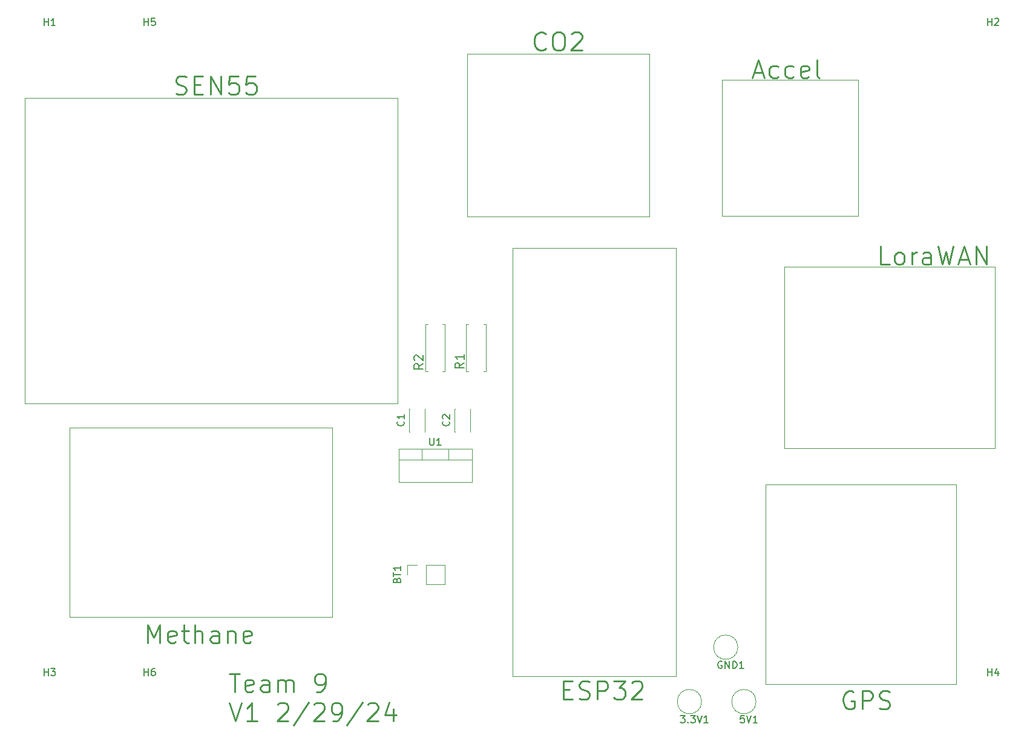
<source format=gbr>
%TF.GenerationSoftware,KiCad,Pcbnew,7.0.10*%
%TF.CreationDate,2024-02-29T23:41:44-05:00*%
%TF.ProjectId,blue-bike-air-pollution-monitor,626c7565-2d62-4696-9b65-2d6169722d70,rev?*%
%TF.SameCoordinates,Original*%
%TF.FileFunction,Legend,Top*%
%TF.FilePolarity,Positive*%
%FSLAX46Y46*%
G04 Gerber Fmt 4.6, Leading zero omitted, Abs format (unit mm)*
G04 Created by KiCad (PCBNEW 7.0.10) date 2024-02-29 23:41:44*
%MOMM*%
%LPD*%
G01*
G04 APERTURE LIST*
%ADD10C,0.254000*%
%ADD11C,0.150000*%
%ADD12C,0.127000*%
%ADD13C,0.100000*%
%ADD14C,0.120000*%
G04 APERTURE END LIST*
D10*
X82959009Y-148494544D02*
X84410438Y-148494544D01*
X83684724Y-151034544D02*
X83684724Y-148494544D01*
X86224723Y-150913592D02*
X85982819Y-151034544D01*
X85982819Y-151034544D02*
X85499009Y-151034544D01*
X85499009Y-151034544D02*
X85257104Y-150913592D01*
X85257104Y-150913592D02*
X85136152Y-150671687D01*
X85136152Y-150671687D02*
X85136152Y-149704068D01*
X85136152Y-149704068D02*
X85257104Y-149462163D01*
X85257104Y-149462163D02*
X85499009Y-149341211D01*
X85499009Y-149341211D02*
X85982819Y-149341211D01*
X85982819Y-149341211D02*
X86224723Y-149462163D01*
X86224723Y-149462163D02*
X86345676Y-149704068D01*
X86345676Y-149704068D02*
X86345676Y-149945972D01*
X86345676Y-149945972D02*
X85136152Y-150187877D01*
X88522819Y-151034544D02*
X88522819Y-149704068D01*
X88522819Y-149704068D02*
X88401866Y-149462163D01*
X88401866Y-149462163D02*
X88159962Y-149341211D01*
X88159962Y-149341211D02*
X87676152Y-149341211D01*
X87676152Y-149341211D02*
X87434247Y-149462163D01*
X88522819Y-150913592D02*
X88280914Y-151034544D01*
X88280914Y-151034544D02*
X87676152Y-151034544D01*
X87676152Y-151034544D02*
X87434247Y-150913592D01*
X87434247Y-150913592D02*
X87313295Y-150671687D01*
X87313295Y-150671687D02*
X87313295Y-150429782D01*
X87313295Y-150429782D02*
X87434247Y-150187877D01*
X87434247Y-150187877D02*
X87676152Y-150066925D01*
X87676152Y-150066925D02*
X88280914Y-150066925D01*
X88280914Y-150066925D02*
X88522819Y-149945972D01*
X89732342Y-151034544D02*
X89732342Y-149341211D01*
X89732342Y-149583115D02*
X89853295Y-149462163D01*
X89853295Y-149462163D02*
X90095200Y-149341211D01*
X90095200Y-149341211D02*
X90458057Y-149341211D01*
X90458057Y-149341211D02*
X90699961Y-149462163D01*
X90699961Y-149462163D02*
X90820914Y-149704068D01*
X90820914Y-149704068D02*
X90820914Y-151034544D01*
X90820914Y-149704068D02*
X90941866Y-149462163D01*
X90941866Y-149462163D02*
X91183771Y-149341211D01*
X91183771Y-149341211D02*
X91546628Y-149341211D01*
X91546628Y-149341211D02*
X91788533Y-149462163D01*
X91788533Y-149462163D02*
X91909485Y-149704068D01*
X91909485Y-149704068D02*
X91909485Y-151034544D01*
X95175200Y-151034544D02*
X95659009Y-151034544D01*
X95659009Y-151034544D02*
X95900914Y-150913592D01*
X95900914Y-150913592D02*
X96021866Y-150792639D01*
X96021866Y-150792639D02*
X96263771Y-150429782D01*
X96263771Y-150429782D02*
X96384724Y-149945972D01*
X96384724Y-149945972D02*
X96384724Y-148978353D01*
X96384724Y-148978353D02*
X96263771Y-148736449D01*
X96263771Y-148736449D02*
X96142819Y-148615496D01*
X96142819Y-148615496D02*
X95900914Y-148494544D01*
X95900914Y-148494544D02*
X95417105Y-148494544D01*
X95417105Y-148494544D02*
X95175200Y-148615496D01*
X95175200Y-148615496D02*
X95054247Y-148736449D01*
X95054247Y-148736449D02*
X94933295Y-148978353D01*
X94933295Y-148978353D02*
X94933295Y-149583115D01*
X94933295Y-149583115D02*
X95054247Y-149825020D01*
X95054247Y-149825020D02*
X95175200Y-149945972D01*
X95175200Y-149945972D02*
X95417105Y-150066925D01*
X95417105Y-150066925D02*
X95900914Y-150066925D01*
X95900914Y-150066925D02*
X96142819Y-149945972D01*
X96142819Y-149945972D02*
X96263771Y-149825020D01*
X96263771Y-149825020D02*
X96384724Y-149583115D01*
X82959009Y-152583944D02*
X83805676Y-155123944D01*
X83805676Y-155123944D02*
X84652343Y-152583944D01*
X86829486Y-155123944D02*
X85378057Y-155123944D01*
X86103771Y-155123944D02*
X86103771Y-152583944D01*
X86103771Y-152583944D02*
X85861867Y-152946801D01*
X85861867Y-152946801D02*
X85619962Y-153188706D01*
X85619962Y-153188706D02*
X85378057Y-153309658D01*
X89732343Y-152825849D02*
X89853295Y-152704896D01*
X89853295Y-152704896D02*
X90095200Y-152583944D01*
X90095200Y-152583944D02*
X90699962Y-152583944D01*
X90699962Y-152583944D02*
X90941867Y-152704896D01*
X90941867Y-152704896D02*
X91062819Y-152825849D01*
X91062819Y-152825849D02*
X91183772Y-153067753D01*
X91183772Y-153067753D02*
X91183772Y-153309658D01*
X91183772Y-153309658D02*
X91062819Y-153672515D01*
X91062819Y-153672515D02*
X89611391Y-155123944D01*
X89611391Y-155123944D02*
X91183772Y-155123944D01*
X94086629Y-152462992D02*
X91909486Y-155728706D01*
X94812343Y-152825849D02*
X94933295Y-152704896D01*
X94933295Y-152704896D02*
X95175200Y-152583944D01*
X95175200Y-152583944D02*
X95779962Y-152583944D01*
X95779962Y-152583944D02*
X96021867Y-152704896D01*
X96021867Y-152704896D02*
X96142819Y-152825849D01*
X96142819Y-152825849D02*
X96263772Y-153067753D01*
X96263772Y-153067753D02*
X96263772Y-153309658D01*
X96263772Y-153309658D02*
X96142819Y-153672515D01*
X96142819Y-153672515D02*
X94691391Y-155123944D01*
X94691391Y-155123944D02*
X96263772Y-155123944D01*
X97473296Y-155123944D02*
X97957105Y-155123944D01*
X97957105Y-155123944D02*
X98199010Y-155002992D01*
X98199010Y-155002992D02*
X98319962Y-154882039D01*
X98319962Y-154882039D02*
X98561867Y-154519182D01*
X98561867Y-154519182D02*
X98682820Y-154035372D01*
X98682820Y-154035372D02*
X98682820Y-153067753D01*
X98682820Y-153067753D02*
X98561867Y-152825849D01*
X98561867Y-152825849D02*
X98440915Y-152704896D01*
X98440915Y-152704896D02*
X98199010Y-152583944D01*
X98199010Y-152583944D02*
X97715201Y-152583944D01*
X97715201Y-152583944D02*
X97473296Y-152704896D01*
X97473296Y-152704896D02*
X97352343Y-152825849D01*
X97352343Y-152825849D02*
X97231391Y-153067753D01*
X97231391Y-153067753D02*
X97231391Y-153672515D01*
X97231391Y-153672515D02*
X97352343Y-153914420D01*
X97352343Y-153914420D02*
X97473296Y-154035372D01*
X97473296Y-154035372D02*
X97715201Y-154156325D01*
X97715201Y-154156325D02*
X98199010Y-154156325D01*
X98199010Y-154156325D02*
X98440915Y-154035372D01*
X98440915Y-154035372D02*
X98561867Y-153914420D01*
X98561867Y-153914420D02*
X98682820Y-153672515D01*
X101585677Y-152462992D02*
X99408534Y-155728706D01*
X102311391Y-152825849D02*
X102432343Y-152704896D01*
X102432343Y-152704896D02*
X102674248Y-152583944D01*
X102674248Y-152583944D02*
X103279010Y-152583944D01*
X103279010Y-152583944D02*
X103520915Y-152704896D01*
X103520915Y-152704896D02*
X103641867Y-152825849D01*
X103641867Y-152825849D02*
X103762820Y-153067753D01*
X103762820Y-153067753D02*
X103762820Y-153309658D01*
X103762820Y-153309658D02*
X103641867Y-153672515D01*
X103641867Y-153672515D02*
X102190439Y-155123944D01*
X102190439Y-155123944D02*
X103762820Y-155123944D01*
X105939963Y-153430611D02*
X105939963Y-155123944D01*
X105335201Y-152462992D02*
X104730439Y-154277277D01*
X104730439Y-154277277D02*
X106302820Y-154277277D01*
D11*
X71031195Y-148764519D02*
X71031195Y-147764519D01*
X71031195Y-148240709D02*
X71602623Y-148240709D01*
X71602623Y-148764519D02*
X71602623Y-147764519D01*
X72507385Y-147764519D02*
X72316909Y-147764519D01*
X72316909Y-147764519D02*
X72221671Y-147812138D01*
X72221671Y-147812138D02*
X72174052Y-147859757D01*
X72174052Y-147859757D02*
X72078814Y-148002614D01*
X72078814Y-148002614D02*
X72031195Y-148193090D01*
X72031195Y-148193090D02*
X72031195Y-148574042D01*
X72031195Y-148574042D02*
X72078814Y-148669280D01*
X72078814Y-148669280D02*
X72126433Y-148716900D01*
X72126433Y-148716900D02*
X72221671Y-148764519D01*
X72221671Y-148764519D02*
X72412147Y-148764519D01*
X72412147Y-148764519D02*
X72507385Y-148716900D01*
X72507385Y-148716900D02*
X72555004Y-148669280D01*
X72555004Y-148669280D02*
X72602623Y-148574042D01*
X72602623Y-148574042D02*
X72602623Y-148335947D01*
X72602623Y-148335947D02*
X72555004Y-148240709D01*
X72555004Y-148240709D02*
X72507385Y-148193090D01*
X72507385Y-148193090D02*
X72412147Y-148145471D01*
X72412147Y-148145471D02*
X72221671Y-148145471D01*
X72221671Y-148145471D02*
X72126433Y-148193090D01*
X72126433Y-148193090D02*
X72078814Y-148240709D01*
X72078814Y-148240709D02*
X72031195Y-148335947D01*
X71031195Y-57756319D02*
X71031195Y-56756319D01*
X71031195Y-57232509D02*
X71602623Y-57232509D01*
X71602623Y-57756319D02*
X71602623Y-56756319D01*
X72555004Y-56756319D02*
X72078814Y-56756319D01*
X72078814Y-56756319D02*
X72031195Y-57232509D01*
X72031195Y-57232509D02*
X72078814Y-57184890D01*
X72078814Y-57184890D02*
X72174052Y-57137271D01*
X72174052Y-57137271D02*
X72412147Y-57137271D01*
X72412147Y-57137271D02*
X72507385Y-57184890D01*
X72507385Y-57184890D02*
X72555004Y-57232509D01*
X72555004Y-57232509D02*
X72602623Y-57327747D01*
X72602623Y-57327747D02*
X72602623Y-57565842D01*
X72602623Y-57565842D02*
X72555004Y-57661080D01*
X72555004Y-57661080D02*
X72507385Y-57708700D01*
X72507385Y-57708700D02*
X72412147Y-57756319D01*
X72412147Y-57756319D02*
X72174052Y-57756319D01*
X72174052Y-57756319D02*
X72078814Y-57708700D01*
X72078814Y-57708700D02*
X72031195Y-57661080D01*
D10*
X75479514Y-67285692D02*
X75842371Y-67406644D01*
X75842371Y-67406644D02*
X76447133Y-67406644D01*
X76447133Y-67406644D02*
X76689038Y-67285692D01*
X76689038Y-67285692D02*
X76809990Y-67164739D01*
X76809990Y-67164739D02*
X76930943Y-66922834D01*
X76930943Y-66922834D02*
X76930943Y-66680930D01*
X76930943Y-66680930D02*
X76809990Y-66439025D01*
X76809990Y-66439025D02*
X76689038Y-66318072D01*
X76689038Y-66318072D02*
X76447133Y-66197120D01*
X76447133Y-66197120D02*
X75963324Y-66076168D01*
X75963324Y-66076168D02*
X75721419Y-65955215D01*
X75721419Y-65955215D02*
X75600466Y-65834263D01*
X75600466Y-65834263D02*
X75479514Y-65592358D01*
X75479514Y-65592358D02*
X75479514Y-65350453D01*
X75479514Y-65350453D02*
X75600466Y-65108549D01*
X75600466Y-65108549D02*
X75721419Y-64987596D01*
X75721419Y-64987596D02*
X75963324Y-64866644D01*
X75963324Y-64866644D02*
X76568085Y-64866644D01*
X76568085Y-64866644D02*
X76930943Y-64987596D01*
X78019514Y-66076168D02*
X78866181Y-66076168D01*
X79229038Y-67406644D02*
X78019514Y-67406644D01*
X78019514Y-67406644D02*
X78019514Y-64866644D01*
X78019514Y-64866644D02*
X79229038Y-64866644D01*
X80317609Y-67406644D02*
X80317609Y-64866644D01*
X80317609Y-64866644D02*
X81769038Y-67406644D01*
X81769038Y-67406644D02*
X81769038Y-64866644D01*
X84188085Y-64866644D02*
X82978561Y-64866644D01*
X82978561Y-64866644D02*
X82857609Y-66076168D01*
X82857609Y-66076168D02*
X82978561Y-65955215D01*
X82978561Y-65955215D02*
X83220466Y-65834263D01*
X83220466Y-65834263D02*
X83825228Y-65834263D01*
X83825228Y-65834263D02*
X84067133Y-65955215D01*
X84067133Y-65955215D02*
X84188085Y-66076168D01*
X84188085Y-66076168D02*
X84309038Y-66318072D01*
X84309038Y-66318072D02*
X84309038Y-66922834D01*
X84309038Y-66922834D02*
X84188085Y-67164739D01*
X84188085Y-67164739D02*
X84067133Y-67285692D01*
X84067133Y-67285692D02*
X83825228Y-67406644D01*
X83825228Y-67406644D02*
X83220466Y-67406644D01*
X83220466Y-67406644D02*
X82978561Y-67285692D01*
X82978561Y-67285692D02*
X82857609Y-67164739D01*
X86607133Y-64866644D02*
X85397609Y-64866644D01*
X85397609Y-64866644D02*
X85276657Y-66076168D01*
X85276657Y-66076168D02*
X85397609Y-65955215D01*
X85397609Y-65955215D02*
X85639514Y-65834263D01*
X85639514Y-65834263D02*
X86244276Y-65834263D01*
X86244276Y-65834263D02*
X86486181Y-65955215D01*
X86486181Y-65955215D02*
X86607133Y-66076168D01*
X86607133Y-66076168D02*
X86728086Y-66318072D01*
X86728086Y-66318072D02*
X86728086Y-66922834D01*
X86728086Y-66922834D02*
X86607133Y-67164739D01*
X86607133Y-67164739D02*
X86486181Y-67285692D01*
X86486181Y-67285692D02*
X86244276Y-67406644D01*
X86244276Y-67406644D02*
X85639514Y-67406644D01*
X85639514Y-67406644D02*
X85397609Y-67285692D01*
X85397609Y-67285692D02*
X85276657Y-67164739D01*
D11*
X106381009Y-135405714D02*
X106428628Y-135262857D01*
X106428628Y-135262857D02*
X106476247Y-135215238D01*
X106476247Y-135215238D02*
X106571485Y-135167619D01*
X106571485Y-135167619D02*
X106714342Y-135167619D01*
X106714342Y-135167619D02*
X106809580Y-135215238D01*
X106809580Y-135215238D02*
X106857200Y-135262857D01*
X106857200Y-135262857D02*
X106904819Y-135358095D01*
X106904819Y-135358095D02*
X106904819Y-135739047D01*
X106904819Y-135739047D02*
X105904819Y-135739047D01*
X105904819Y-135739047D02*
X105904819Y-135405714D01*
X105904819Y-135405714D02*
X105952438Y-135310476D01*
X105952438Y-135310476D02*
X106000057Y-135262857D01*
X106000057Y-135262857D02*
X106095295Y-135215238D01*
X106095295Y-135215238D02*
X106190533Y-135215238D01*
X106190533Y-135215238D02*
X106285771Y-135262857D01*
X106285771Y-135262857D02*
X106333390Y-135310476D01*
X106333390Y-135310476D02*
X106381009Y-135405714D01*
X106381009Y-135405714D02*
X106381009Y-135739047D01*
X105904819Y-134881904D02*
X105904819Y-134310476D01*
X106904819Y-134596190D02*
X105904819Y-134596190D01*
X106904819Y-133453333D02*
X106904819Y-134024761D01*
X106904819Y-133739047D02*
X105904819Y-133739047D01*
X105904819Y-133739047D02*
X106047676Y-133834285D01*
X106047676Y-133834285D02*
X106142914Y-133929523D01*
X106142914Y-133929523D02*
X106190533Y-134024761D01*
D12*
X115769922Y-104986666D02*
X115165160Y-105410000D01*
X115769922Y-105712381D02*
X114499922Y-105712381D01*
X114499922Y-105712381D02*
X114499922Y-105228571D01*
X114499922Y-105228571D02*
X114560398Y-105107619D01*
X114560398Y-105107619D02*
X114620874Y-105047142D01*
X114620874Y-105047142D02*
X114741826Y-104986666D01*
X114741826Y-104986666D02*
X114923255Y-104986666D01*
X114923255Y-104986666D02*
X115044207Y-105047142D01*
X115044207Y-105047142D02*
X115104684Y-105107619D01*
X115104684Y-105107619D02*
X115165160Y-105228571D01*
X115165160Y-105228571D02*
X115165160Y-105712381D01*
X115769922Y-103777142D02*
X115769922Y-104502857D01*
X115769922Y-104140000D02*
X114499922Y-104140000D01*
X114499922Y-104140000D02*
X114681350Y-104260952D01*
X114681350Y-104260952D02*
X114802303Y-104381904D01*
X114802303Y-104381904D02*
X114862779Y-104502857D01*
D11*
X113679580Y-113176666D02*
X113727200Y-113224285D01*
X113727200Y-113224285D02*
X113774819Y-113367142D01*
X113774819Y-113367142D02*
X113774819Y-113462380D01*
X113774819Y-113462380D02*
X113727200Y-113605237D01*
X113727200Y-113605237D02*
X113631961Y-113700475D01*
X113631961Y-113700475D02*
X113536723Y-113748094D01*
X113536723Y-113748094D02*
X113346247Y-113795713D01*
X113346247Y-113795713D02*
X113203390Y-113795713D01*
X113203390Y-113795713D02*
X113012914Y-113748094D01*
X113012914Y-113748094D02*
X112917676Y-113700475D01*
X112917676Y-113700475D02*
X112822438Y-113605237D01*
X112822438Y-113605237D02*
X112774819Y-113462380D01*
X112774819Y-113462380D02*
X112774819Y-113367142D01*
X112774819Y-113367142D02*
X112822438Y-113224285D01*
X112822438Y-113224285D02*
X112870057Y-113176666D01*
X112870057Y-112795713D02*
X112822438Y-112748094D01*
X112822438Y-112748094D02*
X112774819Y-112652856D01*
X112774819Y-112652856D02*
X112774819Y-112414761D01*
X112774819Y-112414761D02*
X112822438Y-112319523D01*
X112822438Y-112319523D02*
X112870057Y-112271904D01*
X112870057Y-112271904D02*
X112965295Y-112224285D01*
X112965295Y-112224285D02*
X113060533Y-112224285D01*
X113060533Y-112224285D02*
X113203390Y-112271904D01*
X113203390Y-112271904D02*
X113774819Y-112843332D01*
X113774819Y-112843332D02*
X113774819Y-112224285D01*
X57035795Y-148764519D02*
X57035795Y-147764519D01*
X57035795Y-148240709D02*
X57607223Y-148240709D01*
X57607223Y-148764519D02*
X57607223Y-147764519D01*
X57988176Y-147764519D02*
X58607223Y-147764519D01*
X58607223Y-147764519D02*
X58273890Y-148145471D01*
X58273890Y-148145471D02*
X58416747Y-148145471D01*
X58416747Y-148145471D02*
X58511985Y-148193090D01*
X58511985Y-148193090D02*
X58559604Y-148240709D01*
X58559604Y-148240709D02*
X58607223Y-148335947D01*
X58607223Y-148335947D02*
X58607223Y-148574042D01*
X58607223Y-148574042D02*
X58559604Y-148669280D01*
X58559604Y-148669280D02*
X58511985Y-148716900D01*
X58511985Y-148716900D02*
X58416747Y-148764519D01*
X58416747Y-148764519D02*
X58131033Y-148764519D01*
X58131033Y-148764519D02*
X58035795Y-148716900D01*
X58035795Y-148716900D02*
X57988176Y-148669280D01*
D12*
X110054922Y-105113666D02*
X109450160Y-105537000D01*
X110054922Y-105839381D02*
X108784922Y-105839381D01*
X108784922Y-105839381D02*
X108784922Y-105355571D01*
X108784922Y-105355571D02*
X108845398Y-105234619D01*
X108845398Y-105234619D02*
X108905874Y-105174142D01*
X108905874Y-105174142D02*
X109026826Y-105113666D01*
X109026826Y-105113666D02*
X109208255Y-105113666D01*
X109208255Y-105113666D02*
X109329207Y-105174142D01*
X109329207Y-105174142D02*
X109389684Y-105234619D01*
X109389684Y-105234619D02*
X109450160Y-105355571D01*
X109450160Y-105355571D02*
X109450160Y-105839381D01*
X108905874Y-104629857D02*
X108845398Y-104569381D01*
X108845398Y-104569381D02*
X108784922Y-104448428D01*
X108784922Y-104448428D02*
X108784922Y-104146047D01*
X108784922Y-104146047D02*
X108845398Y-104025095D01*
X108845398Y-104025095D02*
X108905874Y-103964619D01*
X108905874Y-103964619D02*
X109026826Y-103904142D01*
X109026826Y-103904142D02*
X109147779Y-103904142D01*
X109147779Y-103904142D02*
X109329207Y-103964619D01*
X109329207Y-103964619D02*
X110054922Y-104690333D01*
X110054922Y-104690333D02*
X110054922Y-103904142D01*
D11*
X107329580Y-113176666D02*
X107377200Y-113224285D01*
X107377200Y-113224285D02*
X107424819Y-113367142D01*
X107424819Y-113367142D02*
X107424819Y-113462380D01*
X107424819Y-113462380D02*
X107377200Y-113605237D01*
X107377200Y-113605237D02*
X107281961Y-113700475D01*
X107281961Y-113700475D02*
X107186723Y-113748094D01*
X107186723Y-113748094D02*
X106996247Y-113795713D01*
X106996247Y-113795713D02*
X106853390Y-113795713D01*
X106853390Y-113795713D02*
X106662914Y-113748094D01*
X106662914Y-113748094D02*
X106567676Y-113700475D01*
X106567676Y-113700475D02*
X106472438Y-113605237D01*
X106472438Y-113605237D02*
X106424819Y-113462380D01*
X106424819Y-113462380D02*
X106424819Y-113367142D01*
X106424819Y-113367142D02*
X106472438Y-113224285D01*
X106472438Y-113224285D02*
X106520057Y-113176666D01*
X107424819Y-112224285D02*
X107424819Y-112795713D01*
X107424819Y-112509999D02*
X106424819Y-112509999D01*
X106424819Y-112509999D02*
X106567676Y-112605237D01*
X106567676Y-112605237D02*
X106662914Y-112700475D01*
X106662914Y-112700475D02*
X106710533Y-112795713D01*
X189039595Y-57756319D02*
X189039595Y-56756319D01*
X189039595Y-57232509D02*
X189611023Y-57232509D01*
X189611023Y-57756319D02*
X189611023Y-56756319D01*
X190039595Y-56851557D02*
X190087214Y-56803938D01*
X190087214Y-56803938D02*
X190182452Y-56756319D01*
X190182452Y-56756319D02*
X190420547Y-56756319D01*
X190420547Y-56756319D02*
X190515785Y-56803938D01*
X190515785Y-56803938D02*
X190563404Y-56851557D01*
X190563404Y-56851557D02*
X190611023Y-56946795D01*
X190611023Y-56946795D02*
X190611023Y-57042033D01*
X190611023Y-57042033D02*
X190563404Y-57184890D01*
X190563404Y-57184890D02*
X189991976Y-57756319D01*
X189991976Y-57756319D02*
X190611023Y-57756319D01*
D10*
X129727666Y-150745468D02*
X130574333Y-150745468D01*
X130937190Y-152075944D02*
X129727666Y-152075944D01*
X129727666Y-152075944D02*
X129727666Y-149535944D01*
X129727666Y-149535944D02*
X130937190Y-149535944D01*
X131904809Y-151954992D02*
X132267666Y-152075944D01*
X132267666Y-152075944D02*
X132872428Y-152075944D01*
X132872428Y-152075944D02*
X133114333Y-151954992D01*
X133114333Y-151954992D02*
X133235285Y-151834039D01*
X133235285Y-151834039D02*
X133356238Y-151592134D01*
X133356238Y-151592134D02*
X133356238Y-151350230D01*
X133356238Y-151350230D02*
X133235285Y-151108325D01*
X133235285Y-151108325D02*
X133114333Y-150987372D01*
X133114333Y-150987372D02*
X132872428Y-150866420D01*
X132872428Y-150866420D02*
X132388619Y-150745468D01*
X132388619Y-150745468D02*
X132146714Y-150624515D01*
X132146714Y-150624515D02*
X132025761Y-150503563D01*
X132025761Y-150503563D02*
X131904809Y-150261658D01*
X131904809Y-150261658D02*
X131904809Y-150019753D01*
X131904809Y-150019753D02*
X132025761Y-149777849D01*
X132025761Y-149777849D02*
X132146714Y-149656896D01*
X132146714Y-149656896D02*
X132388619Y-149535944D01*
X132388619Y-149535944D02*
X132993380Y-149535944D01*
X132993380Y-149535944D02*
X133356238Y-149656896D01*
X134444809Y-152075944D02*
X134444809Y-149535944D01*
X134444809Y-149535944D02*
X135412428Y-149535944D01*
X135412428Y-149535944D02*
X135654333Y-149656896D01*
X135654333Y-149656896D02*
X135775286Y-149777849D01*
X135775286Y-149777849D02*
X135896238Y-150019753D01*
X135896238Y-150019753D02*
X135896238Y-150382611D01*
X135896238Y-150382611D02*
X135775286Y-150624515D01*
X135775286Y-150624515D02*
X135654333Y-150745468D01*
X135654333Y-150745468D02*
X135412428Y-150866420D01*
X135412428Y-150866420D02*
X134444809Y-150866420D01*
X136742905Y-149535944D02*
X138315286Y-149535944D01*
X138315286Y-149535944D02*
X137468619Y-150503563D01*
X137468619Y-150503563D02*
X137831476Y-150503563D01*
X137831476Y-150503563D02*
X138073381Y-150624515D01*
X138073381Y-150624515D02*
X138194333Y-150745468D01*
X138194333Y-150745468D02*
X138315286Y-150987372D01*
X138315286Y-150987372D02*
X138315286Y-151592134D01*
X138315286Y-151592134D02*
X138194333Y-151834039D01*
X138194333Y-151834039D02*
X138073381Y-151954992D01*
X138073381Y-151954992D02*
X137831476Y-152075944D01*
X137831476Y-152075944D02*
X137105762Y-152075944D01*
X137105762Y-152075944D02*
X136863857Y-151954992D01*
X136863857Y-151954992D02*
X136742905Y-151834039D01*
X139282905Y-149777849D02*
X139403857Y-149656896D01*
X139403857Y-149656896D02*
X139645762Y-149535944D01*
X139645762Y-149535944D02*
X140250524Y-149535944D01*
X140250524Y-149535944D02*
X140492429Y-149656896D01*
X140492429Y-149656896D02*
X140613381Y-149777849D01*
X140613381Y-149777849D02*
X140734334Y-150019753D01*
X140734334Y-150019753D02*
X140734334Y-150261658D01*
X140734334Y-150261658D02*
X140613381Y-150624515D01*
X140613381Y-150624515D02*
X139161953Y-152075944D01*
X139161953Y-152075944D02*
X140734334Y-152075944D01*
X71561666Y-144176544D02*
X71561666Y-141636544D01*
X71561666Y-141636544D02*
X72408333Y-143450830D01*
X72408333Y-143450830D02*
X73255000Y-141636544D01*
X73255000Y-141636544D02*
X73255000Y-144176544D01*
X75432142Y-144055592D02*
X75190238Y-144176544D01*
X75190238Y-144176544D02*
X74706428Y-144176544D01*
X74706428Y-144176544D02*
X74464523Y-144055592D01*
X74464523Y-144055592D02*
X74343571Y-143813687D01*
X74343571Y-143813687D02*
X74343571Y-142846068D01*
X74343571Y-142846068D02*
X74464523Y-142604163D01*
X74464523Y-142604163D02*
X74706428Y-142483211D01*
X74706428Y-142483211D02*
X75190238Y-142483211D01*
X75190238Y-142483211D02*
X75432142Y-142604163D01*
X75432142Y-142604163D02*
X75553095Y-142846068D01*
X75553095Y-142846068D02*
X75553095Y-143087972D01*
X75553095Y-143087972D02*
X74343571Y-143329877D01*
X76278809Y-142483211D02*
X77246428Y-142483211D01*
X76641666Y-141636544D02*
X76641666Y-143813687D01*
X76641666Y-143813687D02*
X76762619Y-144055592D01*
X76762619Y-144055592D02*
X77004524Y-144176544D01*
X77004524Y-144176544D02*
X77246428Y-144176544D01*
X78093095Y-144176544D02*
X78093095Y-141636544D01*
X79181667Y-144176544D02*
X79181667Y-142846068D01*
X79181667Y-142846068D02*
X79060714Y-142604163D01*
X79060714Y-142604163D02*
X78818810Y-142483211D01*
X78818810Y-142483211D02*
X78455953Y-142483211D01*
X78455953Y-142483211D02*
X78214048Y-142604163D01*
X78214048Y-142604163D02*
X78093095Y-142725115D01*
X81479762Y-144176544D02*
X81479762Y-142846068D01*
X81479762Y-142846068D02*
X81358809Y-142604163D01*
X81358809Y-142604163D02*
X81116905Y-142483211D01*
X81116905Y-142483211D02*
X80633095Y-142483211D01*
X80633095Y-142483211D02*
X80391190Y-142604163D01*
X81479762Y-144055592D02*
X81237857Y-144176544D01*
X81237857Y-144176544D02*
X80633095Y-144176544D01*
X80633095Y-144176544D02*
X80391190Y-144055592D01*
X80391190Y-144055592D02*
X80270238Y-143813687D01*
X80270238Y-143813687D02*
X80270238Y-143571782D01*
X80270238Y-143571782D02*
X80391190Y-143329877D01*
X80391190Y-143329877D02*
X80633095Y-143208925D01*
X80633095Y-143208925D02*
X81237857Y-143208925D01*
X81237857Y-143208925D02*
X81479762Y-143087972D01*
X82689285Y-142483211D02*
X82689285Y-144176544D01*
X82689285Y-142725115D02*
X82810238Y-142604163D01*
X82810238Y-142604163D02*
X83052143Y-142483211D01*
X83052143Y-142483211D02*
X83415000Y-142483211D01*
X83415000Y-142483211D02*
X83656904Y-142604163D01*
X83656904Y-142604163D02*
X83777857Y-142846068D01*
X83777857Y-142846068D02*
X83777857Y-144176544D01*
X85954999Y-144055592D02*
X85713095Y-144176544D01*
X85713095Y-144176544D02*
X85229285Y-144176544D01*
X85229285Y-144176544D02*
X84987380Y-144055592D01*
X84987380Y-144055592D02*
X84866428Y-143813687D01*
X84866428Y-143813687D02*
X84866428Y-142846068D01*
X84866428Y-142846068D02*
X84987380Y-142604163D01*
X84987380Y-142604163D02*
X85229285Y-142483211D01*
X85229285Y-142483211D02*
X85713095Y-142483211D01*
X85713095Y-142483211D02*
X85954999Y-142604163D01*
X85954999Y-142604163D02*
X86075952Y-142846068D01*
X86075952Y-142846068D02*
X86075952Y-143087972D01*
X86075952Y-143087972D02*
X84866428Y-143329877D01*
X156325914Y-64355230D02*
X157535438Y-64355230D01*
X156084009Y-65080944D02*
X156930676Y-62540944D01*
X156930676Y-62540944D02*
X157777343Y-65080944D01*
X159712581Y-64959992D02*
X159470676Y-65080944D01*
X159470676Y-65080944D02*
X158986867Y-65080944D01*
X158986867Y-65080944D02*
X158744962Y-64959992D01*
X158744962Y-64959992D02*
X158624009Y-64839039D01*
X158624009Y-64839039D02*
X158503057Y-64597134D01*
X158503057Y-64597134D02*
X158503057Y-63871420D01*
X158503057Y-63871420D02*
X158624009Y-63629515D01*
X158624009Y-63629515D02*
X158744962Y-63508563D01*
X158744962Y-63508563D02*
X158986867Y-63387611D01*
X158986867Y-63387611D02*
X159470676Y-63387611D01*
X159470676Y-63387611D02*
X159712581Y-63508563D01*
X161889724Y-64959992D02*
X161647819Y-65080944D01*
X161647819Y-65080944D02*
X161164010Y-65080944D01*
X161164010Y-65080944D02*
X160922105Y-64959992D01*
X160922105Y-64959992D02*
X160801152Y-64839039D01*
X160801152Y-64839039D02*
X160680200Y-64597134D01*
X160680200Y-64597134D02*
X160680200Y-63871420D01*
X160680200Y-63871420D02*
X160801152Y-63629515D01*
X160801152Y-63629515D02*
X160922105Y-63508563D01*
X160922105Y-63508563D02*
X161164010Y-63387611D01*
X161164010Y-63387611D02*
X161647819Y-63387611D01*
X161647819Y-63387611D02*
X161889724Y-63508563D01*
X163945914Y-64959992D02*
X163704010Y-65080944D01*
X163704010Y-65080944D02*
X163220200Y-65080944D01*
X163220200Y-65080944D02*
X162978295Y-64959992D01*
X162978295Y-64959992D02*
X162857343Y-64718087D01*
X162857343Y-64718087D02*
X162857343Y-63750468D01*
X162857343Y-63750468D02*
X162978295Y-63508563D01*
X162978295Y-63508563D02*
X163220200Y-63387611D01*
X163220200Y-63387611D02*
X163704010Y-63387611D01*
X163704010Y-63387611D02*
X163945914Y-63508563D01*
X163945914Y-63508563D02*
X164066867Y-63750468D01*
X164066867Y-63750468D02*
X164066867Y-63992372D01*
X164066867Y-63992372D02*
X162857343Y-64234277D01*
X165518296Y-65080944D02*
X165276391Y-64959992D01*
X165276391Y-64959992D02*
X165155438Y-64718087D01*
X165155438Y-64718087D02*
X165155438Y-62540944D01*
D11*
X110998095Y-115509819D02*
X110998095Y-116319342D01*
X110998095Y-116319342D02*
X111045714Y-116414580D01*
X111045714Y-116414580D02*
X111093333Y-116462200D01*
X111093333Y-116462200D02*
X111188571Y-116509819D01*
X111188571Y-116509819D02*
X111379047Y-116509819D01*
X111379047Y-116509819D02*
X111474285Y-116462200D01*
X111474285Y-116462200D02*
X111521904Y-116414580D01*
X111521904Y-116414580D02*
X111569523Y-116319342D01*
X111569523Y-116319342D02*
X111569523Y-115509819D01*
X112569523Y-116509819D02*
X111998095Y-116509819D01*
X112283809Y-116509819D02*
X112283809Y-115509819D01*
X112283809Y-115509819D02*
X112188571Y-115652676D01*
X112188571Y-115652676D02*
X112093333Y-115747914D01*
X112093333Y-115747914D02*
X111998095Y-115795533D01*
X57035795Y-57756319D02*
X57035795Y-56756319D01*
X57035795Y-57232509D02*
X57607223Y-57232509D01*
X57607223Y-57756319D02*
X57607223Y-56756319D01*
X58607223Y-57756319D02*
X58035795Y-57756319D01*
X58321509Y-57756319D02*
X58321509Y-56756319D01*
X58321509Y-56756319D02*
X58226271Y-56899176D01*
X58226271Y-56899176D02*
X58131033Y-56994414D01*
X58131033Y-56994414D02*
X58035795Y-57042033D01*
X154973333Y-154354819D02*
X154497143Y-154354819D01*
X154497143Y-154354819D02*
X154449524Y-154831009D01*
X154449524Y-154831009D02*
X154497143Y-154783390D01*
X154497143Y-154783390D02*
X154592381Y-154735771D01*
X154592381Y-154735771D02*
X154830476Y-154735771D01*
X154830476Y-154735771D02*
X154925714Y-154783390D01*
X154925714Y-154783390D02*
X154973333Y-154831009D01*
X154973333Y-154831009D02*
X155020952Y-154926247D01*
X155020952Y-154926247D02*
X155020952Y-155164342D01*
X155020952Y-155164342D02*
X154973333Y-155259580D01*
X154973333Y-155259580D02*
X154925714Y-155307200D01*
X154925714Y-155307200D02*
X154830476Y-155354819D01*
X154830476Y-155354819D02*
X154592381Y-155354819D01*
X154592381Y-155354819D02*
X154497143Y-155307200D01*
X154497143Y-155307200D02*
X154449524Y-155259580D01*
X155306667Y-154354819D02*
X155640000Y-155354819D01*
X155640000Y-155354819D02*
X155973333Y-154354819D01*
X156830476Y-155354819D02*
X156259048Y-155354819D01*
X156544762Y-155354819D02*
X156544762Y-154354819D01*
X156544762Y-154354819D02*
X156449524Y-154497676D01*
X156449524Y-154497676D02*
X156354286Y-154592914D01*
X156354286Y-154592914D02*
X156259048Y-154640533D01*
D10*
X170277343Y-151026896D02*
X170035438Y-150905944D01*
X170035438Y-150905944D02*
X169672581Y-150905944D01*
X169672581Y-150905944D02*
X169309724Y-151026896D01*
X169309724Y-151026896D02*
X169067819Y-151268801D01*
X169067819Y-151268801D02*
X168946866Y-151510706D01*
X168946866Y-151510706D02*
X168825914Y-151994515D01*
X168825914Y-151994515D02*
X168825914Y-152357372D01*
X168825914Y-152357372D02*
X168946866Y-152841182D01*
X168946866Y-152841182D02*
X169067819Y-153083087D01*
X169067819Y-153083087D02*
X169309724Y-153324992D01*
X169309724Y-153324992D02*
X169672581Y-153445944D01*
X169672581Y-153445944D02*
X169914485Y-153445944D01*
X169914485Y-153445944D02*
X170277343Y-153324992D01*
X170277343Y-153324992D02*
X170398295Y-153204039D01*
X170398295Y-153204039D02*
X170398295Y-152357372D01*
X170398295Y-152357372D02*
X169914485Y-152357372D01*
X171486866Y-153445944D02*
X171486866Y-150905944D01*
X171486866Y-150905944D02*
X172454485Y-150905944D01*
X172454485Y-150905944D02*
X172696390Y-151026896D01*
X172696390Y-151026896D02*
X172817343Y-151147849D01*
X172817343Y-151147849D02*
X172938295Y-151389753D01*
X172938295Y-151389753D02*
X172938295Y-151752611D01*
X172938295Y-151752611D02*
X172817343Y-151994515D01*
X172817343Y-151994515D02*
X172696390Y-152115468D01*
X172696390Y-152115468D02*
X172454485Y-152236420D01*
X172454485Y-152236420D02*
X171486866Y-152236420D01*
X173905914Y-153324992D02*
X174268771Y-153445944D01*
X174268771Y-153445944D02*
X174873533Y-153445944D01*
X174873533Y-153445944D02*
X175115438Y-153324992D01*
X175115438Y-153324992D02*
X175236390Y-153204039D01*
X175236390Y-153204039D02*
X175357343Y-152962134D01*
X175357343Y-152962134D02*
X175357343Y-152720230D01*
X175357343Y-152720230D02*
X175236390Y-152478325D01*
X175236390Y-152478325D02*
X175115438Y-152357372D01*
X175115438Y-152357372D02*
X174873533Y-152236420D01*
X174873533Y-152236420D02*
X174389724Y-152115468D01*
X174389724Y-152115468D02*
X174147819Y-151994515D01*
X174147819Y-151994515D02*
X174026866Y-151873563D01*
X174026866Y-151873563D02*
X173905914Y-151631658D01*
X173905914Y-151631658D02*
X173905914Y-151389753D01*
X173905914Y-151389753D02*
X174026866Y-151147849D01*
X174026866Y-151147849D02*
X174147819Y-151026896D01*
X174147819Y-151026896D02*
X174389724Y-150905944D01*
X174389724Y-150905944D02*
X174994485Y-150905944D01*
X174994485Y-150905944D02*
X175357343Y-151026896D01*
X175309390Y-91215944D02*
X174099866Y-91215944D01*
X174099866Y-91215944D02*
X174099866Y-88675944D01*
X176518914Y-91215944D02*
X176277009Y-91094992D01*
X176277009Y-91094992D02*
X176156056Y-90974039D01*
X176156056Y-90974039D02*
X176035104Y-90732134D01*
X176035104Y-90732134D02*
X176035104Y-90006420D01*
X176035104Y-90006420D02*
X176156056Y-89764515D01*
X176156056Y-89764515D02*
X176277009Y-89643563D01*
X176277009Y-89643563D02*
X176518914Y-89522611D01*
X176518914Y-89522611D02*
X176881771Y-89522611D01*
X176881771Y-89522611D02*
X177123675Y-89643563D01*
X177123675Y-89643563D02*
X177244628Y-89764515D01*
X177244628Y-89764515D02*
X177365580Y-90006420D01*
X177365580Y-90006420D02*
X177365580Y-90732134D01*
X177365580Y-90732134D02*
X177244628Y-90974039D01*
X177244628Y-90974039D02*
X177123675Y-91094992D01*
X177123675Y-91094992D02*
X176881771Y-91215944D01*
X176881771Y-91215944D02*
X176518914Y-91215944D01*
X178454151Y-91215944D02*
X178454151Y-89522611D01*
X178454151Y-90006420D02*
X178575104Y-89764515D01*
X178575104Y-89764515D02*
X178696056Y-89643563D01*
X178696056Y-89643563D02*
X178937961Y-89522611D01*
X178937961Y-89522611D02*
X179179866Y-89522611D01*
X181115104Y-91215944D02*
X181115104Y-89885468D01*
X181115104Y-89885468D02*
X180994151Y-89643563D01*
X180994151Y-89643563D02*
X180752247Y-89522611D01*
X180752247Y-89522611D02*
X180268437Y-89522611D01*
X180268437Y-89522611D02*
X180026532Y-89643563D01*
X181115104Y-91094992D02*
X180873199Y-91215944D01*
X180873199Y-91215944D02*
X180268437Y-91215944D01*
X180268437Y-91215944D02*
X180026532Y-91094992D01*
X180026532Y-91094992D02*
X179905580Y-90853087D01*
X179905580Y-90853087D02*
X179905580Y-90611182D01*
X179905580Y-90611182D02*
X180026532Y-90369277D01*
X180026532Y-90369277D02*
X180268437Y-90248325D01*
X180268437Y-90248325D02*
X180873199Y-90248325D01*
X180873199Y-90248325D02*
X181115104Y-90127372D01*
X182082723Y-88675944D02*
X182687485Y-91215944D01*
X182687485Y-91215944D02*
X183171294Y-89401658D01*
X183171294Y-89401658D02*
X183655104Y-91215944D01*
X183655104Y-91215944D02*
X184259866Y-88675944D01*
X185106532Y-90490230D02*
X186316056Y-90490230D01*
X184864627Y-91215944D02*
X185711294Y-88675944D01*
X185711294Y-88675944D02*
X186557961Y-91215944D01*
X187404627Y-91215944D02*
X187404627Y-88675944D01*
X187404627Y-88675944D02*
X188856056Y-91215944D01*
X188856056Y-91215944D02*
X188856056Y-88675944D01*
D11*
X189039595Y-148764519D02*
X189039595Y-147764519D01*
X189039595Y-148240709D02*
X189611023Y-148240709D01*
X189611023Y-148764519D02*
X189611023Y-147764519D01*
X190515785Y-148097852D02*
X190515785Y-148764519D01*
X190277690Y-147716900D02*
X190039595Y-148431185D01*
X190039595Y-148431185D02*
X190658642Y-148431185D01*
X146067619Y-154354819D02*
X146686666Y-154354819D01*
X146686666Y-154354819D02*
X146353333Y-154735771D01*
X146353333Y-154735771D02*
X146496190Y-154735771D01*
X146496190Y-154735771D02*
X146591428Y-154783390D01*
X146591428Y-154783390D02*
X146639047Y-154831009D01*
X146639047Y-154831009D02*
X146686666Y-154926247D01*
X146686666Y-154926247D02*
X146686666Y-155164342D01*
X146686666Y-155164342D02*
X146639047Y-155259580D01*
X146639047Y-155259580D02*
X146591428Y-155307200D01*
X146591428Y-155307200D02*
X146496190Y-155354819D01*
X146496190Y-155354819D02*
X146210476Y-155354819D01*
X146210476Y-155354819D02*
X146115238Y-155307200D01*
X146115238Y-155307200D02*
X146067619Y-155259580D01*
X147115238Y-155259580D02*
X147162857Y-155307200D01*
X147162857Y-155307200D02*
X147115238Y-155354819D01*
X147115238Y-155354819D02*
X147067619Y-155307200D01*
X147067619Y-155307200D02*
X147115238Y-155259580D01*
X147115238Y-155259580D02*
X147115238Y-155354819D01*
X147496190Y-154354819D02*
X148115237Y-154354819D01*
X148115237Y-154354819D02*
X147781904Y-154735771D01*
X147781904Y-154735771D02*
X147924761Y-154735771D01*
X147924761Y-154735771D02*
X148019999Y-154783390D01*
X148019999Y-154783390D02*
X148067618Y-154831009D01*
X148067618Y-154831009D02*
X148115237Y-154926247D01*
X148115237Y-154926247D02*
X148115237Y-155164342D01*
X148115237Y-155164342D02*
X148067618Y-155259580D01*
X148067618Y-155259580D02*
X148019999Y-155307200D01*
X148019999Y-155307200D02*
X147924761Y-155354819D01*
X147924761Y-155354819D02*
X147639047Y-155354819D01*
X147639047Y-155354819D02*
X147543809Y-155307200D01*
X147543809Y-155307200D02*
X147496190Y-155259580D01*
X148400952Y-154354819D02*
X148734285Y-155354819D01*
X148734285Y-155354819D02*
X149067618Y-154354819D01*
X149924761Y-155354819D02*
X149353333Y-155354819D01*
X149639047Y-155354819D02*
X149639047Y-154354819D01*
X149639047Y-154354819D02*
X149543809Y-154497676D01*
X149543809Y-154497676D02*
X149448571Y-154592914D01*
X149448571Y-154592914D02*
X149353333Y-154640533D01*
D10*
X127201190Y-60993939D02*
X127080238Y-61114892D01*
X127080238Y-61114892D02*
X126717380Y-61235844D01*
X126717380Y-61235844D02*
X126475476Y-61235844D01*
X126475476Y-61235844D02*
X126112619Y-61114892D01*
X126112619Y-61114892D02*
X125870714Y-60872987D01*
X125870714Y-60872987D02*
X125749761Y-60631082D01*
X125749761Y-60631082D02*
X125628809Y-60147272D01*
X125628809Y-60147272D02*
X125628809Y-59784415D01*
X125628809Y-59784415D02*
X125749761Y-59300606D01*
X125749761Y-59300606D02*
X125870714Y-59058701D01*
X125870714Y-59058701D02*
X126112619Y-58816796D01*
X126112619Y-58816796D02*
X126475476Y-58695844D01*
X126475476Y-58695844D02*
X126717380Y-58695844D01*
X126717380Y-58695844D02*
X127080238Y-58816796D01*
X127080238Y-58816796D02*
X127201190Y-58937749D01*
X128773571Y-58695844D02*
X129257380Y-58695844D01*
X129257380Y-58695844D02*
X129499285Y-58816796D01*
X129499285Y-58816796D02*
X129741190Y-59058701D01*
X129741190Y-59058701D02*
X129862142Y-59542511D01*
X129862142Y-59542511D02*
X129862142Y-60389177D01*
X129862142Y-60389177D02*
X129741190Y-60872987D01*
X129741190Y-60872987D02*
X129499285Y-61114892D01*
X129499285Y-61114892D02*
X129257380Y-61235844D01*
X129257380Y-61235844D02*
X128773571Y-61235844D01*
X128773571Y-61235844D02*
X128531666Y-61114892D01*
X128531666Y-61114892D02*
X128289761Y-60872987D01*
X128289761Y-60872987D02*
X128168809Y-60389177D01*
X128168809Y-60389177D02*
X128168809Y-59542511D01*
X128168809Y-59542511D02*
X128289761Y-59058701D01*
X128289761Y-59058701D02*
X128531666Y-58816796D01*
X128531666Y-58816796D02*
X128773571Y-58695844D01*
X130829761Y-58937749D02*
X130950713Y-58816796D01*
X130950713Y-58816796D02*
X131192618Y-58695844D01*
X131192618Y-58695844D02*
X131797380Y-58695844D01*
X131797380Y-58695844D02*
X132039285Y-58816796D01*
X132039285Y-58816796D02*
X132160237Y-58937749D01*
X132160237Y-58937749D02*
X132281190Y-59179653D01*
X132281190Y-59179653D02*
X132281190Y-59421558D01*
X132281190Y-59421558D02*
X132160237Y-59784415D01*
X132160237Y-59784415D02*
X130708809Y-61235844D01*
X130708809Y-61235844D02*
X132281190Y-61235844D01*
D11*
X151861904Y-146782438D02*
X151766666Y-146734819D01*
X151766666Y-146734819D02*
X151623809Y-146734819D01*
X151623809Y-146734819D02*
X151480952Y-146782438D01*
X151480952Y-146782438D02*
X151385714Y-146877676D01*
X151385714Y-146877676D02*
X151338095Y-146972914D01*
X151338095Y-146972914D02*
X151290476Y-147163390D01*
X151290476Y-147163390D02*
X151290476Y-147306247D01*
X151290476Y-147306247D02*
X151338095Y-147496723D01*
X151338095Y-147496723D02*
X151385714Y-147591961D01*
X151385714Y-147591961D02*
X151480952Y-147687200D01*
X151480952Y-147687200D02*
X151623809Y-147734819D01*
X151623809Y-147734819D02*
X151719047Y-147734819D01*
X151719047Y-147734819D02*
X151861904Y-147687200D01*
X151861904Y-147687200D02*
X151909523Y-147639580D01*
X151909523Y-147639580D02*
X151909523Y-147306247D01*
X151909523Y-147306247D02*
X151719047Y-147306247D01*
X152338095Y-147734819D02*
X152338095Y-146734819D01*
X152338095Y-146734819D02*
X152909523Y-147734819D01*
X152909523Y-147734819D02*
X152909523Y-146734819D01*
X153385714Y-147734819D02*
X153385714Y-146734819D01*
X153385714Y-146734819D02*
X153623809Y-146734819D01*
X153623809Y-146734819D02*
X153766666Y-146782438D01*
X153766666Y-146782438D02*
X153861904Y-146877676D01*
X153861904Y-146877676D02*
X153909523Y-146972914D01*
X153909523Y-146972914D02*
X153957142Y-147163390D01*
X153957142Y-147163390D02*
X153957142Y-147306247D01*
X153957142Y-147306247D02*
X153909523Y-147496723D01*
X153909523Y-147496723D02*
X153861904Y-147591961D01*
X153861904Y-147591961D02*
X153766666Y-147687200D01*
X153766666Y-147687200D02*
X153623809Y-147734819D01*
X153623809Y-147734819D02*
X153385714Y-147734819D01*
X154909523Y-147734819D02*
X154338095Y-147734819D01*
X154623809Y-147734819D02*
X154623809Y-146734819D01*
X154623809Y-146734819D02*
X154528571Y-146877676D01*
X154528571Y-146877676D02*
X154433333Y-146972914D01*
X154433333Y-146972914D02*
X154338095Y-147020533D01*
D13*
%TO.C,SEN55*%
X106503800Y-110694800D02*
X54332200Y-110694800D01*
X54332200Y-110694800D02*
X54332200Y-67921200D01*
X54332200Y-67921200D02*
X106503800Y-67921200D01*
X106503800Y-67921200D02*
X106503800Y-110694800D01*
D14*
%TO.C,BT1*%
X110490000Y-135950000D02*
X113090000Y-135950000D01*
X110490000Y-135950000D02*
X110490000Y-133290000D01*
X113090000Y-135950000D02*
X113090000Y-133290000D01*
X107890000Y-134620000D02*
X107890000Y-133290000D01*
X107890000Y-133290000D02*
X109220000Y-133290000D01*
X110490000Y-133290000D02*
X113090000Y-133290000D01*
%TO.C,R1*%
X116105000Y-106140000D02*
X116105000Y-99600000D01*
X116435000Y-106140000D02*
X116105000Y-106140000D01*
X118515000Y-106140000D02*
X118845000Y-106140000D01*
X118845000Y-106140000D02*
X118845000Y-99600000D01*
X116105000Y-99600000D02*
X116435000Y-99600000D01*
X118845000Y-99600000D02*
X118515000Y-99600000D01*
%TO.C,C2*%
X114450000Y-114630000D02*
X114515000Y-114630000D01*
X114450000Y-114630000D02*
X114450000Y-111390000D01*
X116625000Y-114630000D02*
X116690000Y-114630000D01*
X116690000Y-114630000D02*
X116690000Y-111390000D01*
X114450000Y-111390000D02*
X114515000Y-111390000D01*
X116625000Y-111390000D02*
X116690000Y-111390000D01*
%TO.C,R2*%
X110390000Y-106140000D02*
X110390000Y-99600000D01*
X110720000Y-106140000D02*
X110390000Y-106140000D01*
X112800000Y-106140000D02*
X113130000Y-106140000D01*
X113130000Y-106140000D02*
X113130000Y-99600000D01*
X110390000Y-99600000D02*
X110720000Y-99600000D01*
X113130000Y-99600000D02*
X112800000Y-99600000D01*
%TO.C,C1*%
X108100000Y-114630000D02*
X108165000Y-114630000D01*
X108100000Y-114630000D02*
X108100000Y-111390000D01*
X110275000Y-114630000D02*
X110340000Y-114630000D01*
X110340000Y-114630000D02*
X110340000Y-111390000D01*
X108100000Y-111390000D02*
X108165000Y-111390000D01*
X110275000Y-111390000D02*
X110340000Y-111390000D01*
D13*
%TO.C,ESP32-WROOM-32E1*%
X122605800Y-88900000D02*
X145465800Y-88900000D01*
X145465800Y-88900000D02*
X145465800Y-148844000D01*
X145465800Y-148844000D02*
X122605800Y-148844000D01*
X122605800Y-148844000D02*
X122605800Y-88900000D01*
%TO.C,Methane1*%
X60629800Y-114020600D02*
X97383600Y-114020600D01*
X97383600Y-114020600D02*
X97383600Y-140563600D01*
X97383600Y-140563600D02*
X60629800Y-140563600D01*
X60629800Y-140563600D02*
X60629800Y-114020600D01*
%TO.C,Accelerometer1*%
X151865000Y-65405000D02*
X170915000Y-65405000D01*
X170915000Y-65405000D02*
X170915000Y-84455000D01*
X170915000Y-84455000D02*
X151865000Y-84455000D01*
X151865000Y-84455000D02*
X151865000Y-65405000D01*
D14*
%TO.C,U1*%
X106640000Y-117055000D02*
X106640000Y-121696000D01*
X106640000Y-117055000D02*
X116880000Y-117055000D01*
X106640000Y-118565000D02*
X116880000Y-118565000D01*
X106640000Y-121696000D02*
X116880000Y-121696000D01*
X109910000Y-117055000D02*
X109910000Y-118565000D01*
X113611000Y-117055000D02*
X113611000Y-118565000D01*
X116880000Y-117055000D02*
X116880000Y-121696000D01*
%TO.C,5V1*%
X156640000Y-152400000D02*
G75*
G03*
X153240000Y-152400000I-1700000J0D01*
G01*
X153240000Y-152400000D02*
G75*
G03*
X156640000Y-152400000I1700000J0D01*
G01*
D13*
%TO.C,GPS1*%
X184685000Y-122020000D02*
X158015000Y-122020000D01*
X158015000Y-122020000D02*
X158015000Y-149960000D01*
X158015000Y-149960000D02*
X184685000Y-149960000D01*
X184685000Y-149960000D02*
X184685000Y-122020000D01*
%TO.C,LoraWAN1*%
X160628000Y-91540000D02*
X190092000Y-91540000D01*
X190092000Y-91540000D02*
X190092000Y-116940000D01*
X190092000Y-116940000D02*
X160628000Y-116940000D01*
X160628000Y-116940000D02*
X160628000Y-91540000D01*
D14*
%TO.C,3.3V1*%
X149020000Y-152400000D02*
G75*
G03*
X145620000Y-152400000I-1700000J0D01*
G01*
X145620000Y-152400000D02*
G75*
G03*
X149020000Y-152400000I1700000J0D01*
G01*
D13*
%TO.C,CO2*%
X116255000Y-61725000D02*
X141755000Y-61725000D01*
X141755000Y-61725000D02*
X141755000Y-84525000D01*
X141755000Y-84525000D02*
X116255000Y-84525000D01*
X116255000Y-84525000D02*
X116255000Y-61725000D01*
D14*
%TO.C,GND1*%
X154100000Y-144780000D02*
G75*
G03*
X150700000Y-144780000I-1700000J0D01*
G01*
X150700000Y-144780000D02*
G75*
G03*
X154100000Y-144780000I1700000J0D01*
G01*
%TD*%
M02*

</source>
